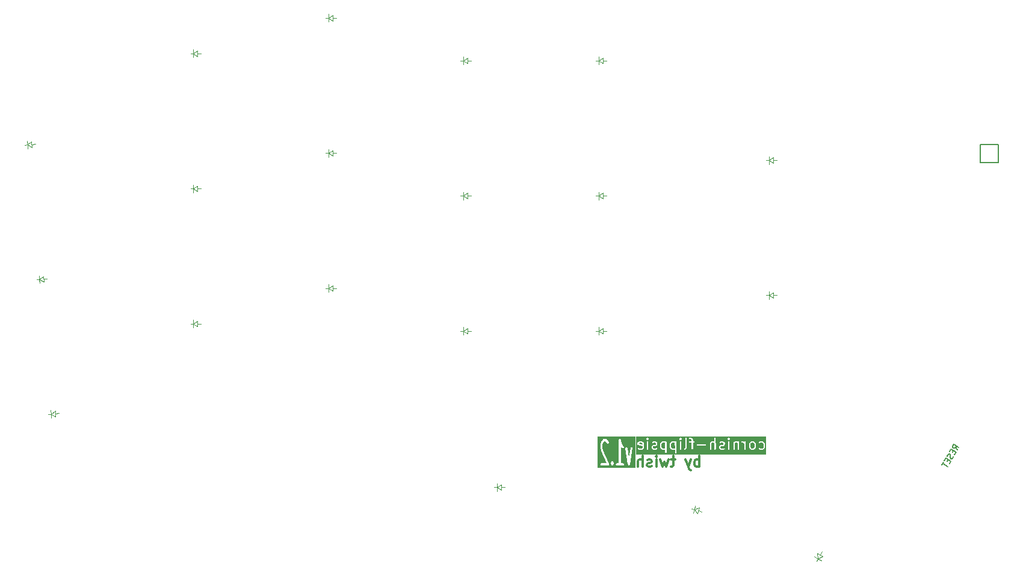
<source format=gbr>
%TF.GenerationSoftware,KiCad,Pcbnew,8.0.0*%
%TF.CreationDate,2024-03-23T03:27:30+01:00*%
%TF.ProjectId,cornish-v1.2,636f726e-6973-4682-9d76-312e322e6b69,v1.0.0*%
%TF.SameCoordinates,Original*%
%TF.FileFunction,Legend,Bot*%
%TF.FilePolarity,Positive*%
%FSLAX46Y46*%
G04 Gerber Fmt 4.6, Leading zero omitted, Abs format (unit mm)*
G04 Created by KiCad (PCBNEW 8.0.0) date 2024-03-23 03:27:30*
%MOMM*%
%LPD*%
G01*
G04 APERTURE LIST*
%ADD10C,0.300000*%
%ADD11C,0.187500*%
%ADD12C,0.150000*%
%ADD13C,0.100000*%
G04 APERTURE END LIST*
D10*
X235461368Y-158355232D02*
X235461368Y-156855232D01*
X235461368Y-157426661D02*
X235318511Y-157355232D01*
X235318511Y-157355232D02*
X235032796Y-157355232D01*
X235032796Y-157355232D02*
X234889939Y-157426661D01*
X234889939Y-157426661D02*
X234818511Y-157498089D01*
X234818511Y-157498089D02*
X234747082Y-157640946D01*
X234747082Y-157640946D02*
X234747082Y-158069518D01*
X234747082Y-158069518D02*
X234818511Y-158212375D01*
X234818511Y-158212375D02*
X234889939Y-158283804D01*
X234889939Y-158283804D02*
X235032796Y-158355232D01*
X235032796Y-158355232D02*
X235318511Y-158355232D01*
X235318511Y-158355232D02*
X235461368Y-158283804D01*
X234247082Y-157355232D02*
X233889939Y-158355232D01*
X233532796Y-157355232D02*
X233889939Y-158355232D01*
X233889939Y-158355232D02*
X234032796Y-158712375D01*
X234032796Y-158712375D02*
X234104225Y-158783804D01*
X234104225Y-158783804D02*
X234247082Y-158855232D01*
X232032796Y-157355232D02*
X231461368Y-157355232D01*
X231818511Y-156855232D02*
X231818511Y-158140946D01*
X231818511Y-158140946D02*
X231747082Y-158283804D01*
X231747082Y-158283804D02*
X231604225Y-158355232D01*
X231604225Y-158355232D02*
X231461368Y-158355232D01*
X231104225Y-157355232D02*
X230818511Y-158355232D01*
X230818511Y-158355232D02*
X230532796Y-157640946D01*
X230532796Y-157640946D02*
X230247082Y-158355232D01*
X230247082Y-158355232D02*
X229961368Y-157355232D01*
X229389939Y-158355232D02*
X229389939Y-157355232D01*
X229389939Y-156855232D02*
X229461367Y-156926661D01*
X229461367Y-156926661D02*
X229389939Y-156998089D01*
X229389939Y-156998089D02*
X229318510Y-156926661D01*
X229318510Y-156926661D02*
X229389939Y-156855232D01*
X229389939Y-156855232D02*
X229389939Y-156998089D01*
X228747081Y-158283804D02*
X228604224Y-158355232D01*
X228604224Y-158355232D02*
X228318510Y-158355232D01*
X228318510Y-158355232D02*
X228175653Y-158283804D01*
X228175653Y-158283804D02*
X228104224Y-158140946D01*
X228104224Y-158140946D02*
X228104224Y-158069518D01*
X228104224Y-158069518D02*
X228175653Y-157926661D01*
X228175653Y-157926661D02*
X228318510Y-157855232D01*
X228318510Y-157855232D02*
X228532796Y-157855232D01*
X228532796Y-157855232D02*
X228675653Y-157783804D01*
X228675653Y-157783804D02*
X228747081Y-157640946D01*
X228747081Y-157640946D02*
X228747081Y-157569518D01*
X228747081Y-157569518D02*
X228675653Y-157426661D01*
X228675653Y-157426661D02*
X228532796Y-157355232D01*
X228532796Y-157355232D02*
X228318510Y-157355232D01*
X228318510Y-157355232D02*
X228175653Y-157426661D01*
X227461367Y-158355232D02*
X227461367Y-156855232D01*
X226818510Y-158355232D02*
X226818510Y-157569518D01*
X226818510Y-157569518D02*
X226889938Y-157426661D01*
X226889938Y-157426661D02*
X227032795Y-157355232D01*
X227032795Y-157355232D02*
X227247081Y-157355232D01*
X227247081Y-157355232D02*
X227389938Y-157426661D01*
X227389938Y-157426661D02*
X227461367Y-157498089D01*
D11*
G36*
X230656068Y-154989380D02*
G01*
X230656948Y-155731842D01*
X230587505Y-155767446D01*
X230345886Y-155768877D01*
X230236477Y-155715550D01*
X230185354Y-155665948D01*
X230129052Y-155556136D01*
X230127503Y-155171753D01*
X230180912Y-155062177D01*
X230230513Y-155011056D01*
X230340397Y-154954717D01*
X230582017Y-154953286D01*
X230656068Y-154989380D01*
G37*
G36*
X232013211Y-154989380D02*
G01*
X232014091Y-155731842D01*
X231944648Y-155767446D01*
X231703029Y-155768877D01*
X231593620Y-155715550D01*
X231542497Y-155665948D01*
X231486195Y-155556136D01*
X231484646Y-155171753D01*
X231538055Y-155062177D01*
X231587656Y-155011056D01*
X231697540Y-154954717D01*
X231939160Y-154953286D01*
X232013211Y-154989380D01*
G37*
G36*
X227393558Y-155000690D02*
G01*
X227441687Y-155094562D01*
X227442153Y-155247110D01*
X226914001Y-155142804D01*
X226913519Y-155099706D01*
X226960702Y-155002902D01*
X227054682Y-154954717D01*
X227296302Y-154953286D01*
X227393558Y-155000690D01*
G37*
G36*
X243119997Y-155006613D02*
G01*
X243171120Y-155056215D01*
X243227422Y-155166027D01*
X243228971Y-155550409D01*
X243175562Y-155659986D01*
X243125961Y-155711107D01*
X243016008Y-155767482D01*
X242845728Y-155768800D01*
X242736478Y-155715550D01*
X242685355Y-155665948D01*
X242629053Y-155556136D01*
X242627504Y-155171753D01*
X242680913Y-155062177D01*
X242730514Y-155011056D01*
X242840468Y-154954681D01*
X243010747Y-154953363D01*
X243119997Y-155006613D01*
G37*
G36*
X244867226Y-156619698D02*
G01*
X226560677Y-156619698D01*
X226560677Y-155218127D01*
X226727344Y-155218127D01*
X226729035Y-155226674D01*
X226729145Y-155236515D01*
X226732660Y-155245002D01*
X226734443Y-155254011D01*
X226739591Y-155261734D01*
X226743144Y-155270310D01*
X226749637Y-155276803D01*
X226754733Y-155284447D01*
X226762447Y-155289613D01*
X226769009Y-155296175D01*
X226777493Y-155299689D01*
X226785126Y-155304801D01*
X226802708Y-155310154D01*
X226802799Y-155310172D01*
X226802804Y-155310174D01*
X226802809Y-155310174D01*
X227442732Y-155436554D01*
X227443297Y-155621751D01*
X227395770Y-155719261D01*
X227301790Y-155767446D01*
X227060171Y-155768877D01*
X226917284Y-155699233D01*
X226880796Y-155696640D01*
X226846094Y-155708208D01*
X226818460Y-155732174D01*
X226802101Y-155764892D01*
X226799508Y-155801380D01*
X226811076Y-155836082D01*
X226835042Y-155863716D01*
X226850596Y-155873507D01*
X226981641Y-155937379D01*
X226983294Y-155939032D01*
X226994868Y-155943826D01*
X227010618Y-155951503D01*
X227013976Y-155951741D01*
X227017089Y-155953031D01*
X227035379Y-155954832D01*
X227306753Y-155953224D01*
X227309368Y-155954096D01*
X227322987Y-155953128D01*
X227339384Y-155953031D01*
X227342496Y-155951741D01*
X227345856Y-155951503D01*
X227363020Y-155944935D01*
X227500803Y-155874292D01*
X227510379Y-155871100D01*
X227515223Y-155866898D01*
X227521431Y-155863716D01*
X227529133Y-155854834D01*
X227538013Y-155847134D01*
X227543837Y-155837881D01*
X227545398Y-155836082D01*
X227545879Y-155834637D01*
X227547804Y-155831580D01*
X227611678Y-155700531D01*
X227613329Y-155698881D01*
X227618117Y-155687319D01*
X227625801Y-155671557D01*
X227626039Y-155668195D01*
X227627328Y-155665086D01*
X227629129Y-155646796D01*
X227628269Y-155365480D01*
X227629130Y-155361180D01*
X227628243Y-155356697D01*
X227627428Y-155089987D01*
X227628393Y-155087094D01*
X227627375Y-155072782D01*
X227627328Y-155057078D01*
X227626038Y-155053965D01*
X227625800Y-155050607D01*
X227619232Y-155033442D01*
X227548588Y-154895657D01*
X227545397Y-154886084D01*
X227541196Y-154881240D01*
X227538013Y-154875031D01*
X227529131Y-154867328D01*
X227523714Y-154861082D01*
X228084487Y-154861082D01*
X228086288Y-155879372D01*
X228100287Y-155913167D01*
X228126152Y-155939032D01*
X228159947Y-155953031D01*
X228196527Y-155953031D01*
X228230322Y-155939032D01*
X228256187Y-155913167D01*
X228270186Y-155879372D01*
X228271987Y-155861082D01*
X228271482Y-155575368D01*
X228727344Y-155575368D01*
X228728516Y-155633761D01*
X228728080Y-155635070D01*
X228728724Y-155644139D01*
X228729145Y-155665086D01*
X228730434Y-155668198D01*
X228730673Y-155671558D01*
X228737241Y-155688722D01*
X228807884Y-155826506D01*
X228811077Y-155836082D01*
X228815278Y-155840926D01*
X228818461Y-155847134D01*
X228827341Y-155854835D01*
X228835043Y-155863716D01*
X228844299Y-155869542D01*
X228846095Y-155871100D01*
X228847536Y-155871580D01*
X228850597Y-155873507D01*
X228981642Y-155937379D01*
X228983295Y-155939032D01*
X228994869Y-155943826D01*
X229010619Y-155951503D01*
X229013977Y-155951741D01*
X229017090Y-155953031D01*
X229035380Y-155954832D01*
X229306753Y-155953224D01*
X229309368Y-155954096D01*
X229322987Y-155953128D01*
X229339384Y-155953031D01*
X229342496Y-155951741D01*
X229345856Y-155951503D01*
X229363020Y-155944935D01*
X229521431Y-155863716D01*
X229545398Y-155836082D01*
X229556965Y-155801380D01*
X229554373Y-155764892D01*
X229538014Y-155732174D01*
X229510379Y-155708207D01*
X229475677Y-155696640D01*
X229439190Y-155699233D01*
X229422025Y-155705801D01*
X229301790Y-155767446D01*
X229060172Y-155768877D01*
X228962914Y-155721473D01*
X228914445Y-155626938D01*
X228913883Y-155598958D01*
X228960703Y-155502902D01*
X229054753Y-155454681D01*
X229235499Y-155453282D01*
X229237940Y-155454096D01*
X229251088Y-155453161D01*
X229267956Y-155453031D01*
X229271068Y-155451741D01*
X229274428Y-155451503D01*
X229291592Y-155444935D01*
X229429375Y-155374292D01*
X229438951Y-155371100D01*
X229443795Y-155366898D01*
X229450003Y-155363716D01*
X229457705Y-155354834D01*
X229466585Y-155347134D01*
X229472409Y-155337881D01*
X229473970Y-155336082D01*
X229474451Y-155334637D01*
X229476376Y-155331580D01*
X229540250Y-155200531D01*
X229541901Y-155198881D01*
X229546689Y-155187319D01*
X229554373Y-155171557D01*
X229554611Y-155168195D01*
X229555900Y-155165086D01*
X229557701Y-155146796D01*
X229941630Y-155146796D01*
X229943298Y-155560843D01*
X229942366Y-155563642D01*
X229943366Y-155577724D01*
X229943431Y-155593658D01*
X229944720Y-155596770D01*
X229944959Y-155600130D01*
X229951528Y-155617295D01*
X230024138Y-155758915D01*
X230028858Y-155770309D01*
X230031849Y-155773953D01*
X230032747Y-155775705D01*
X230034617Y-155777327D01*
X230040517Y-155784516D01*
X230113390Y-155855222D01*
X230120757Y-155863716D01*
X230124708Y-155866203D01*
X230126152Y-155867604D01*
X230128437Y-155868550D01*
X230136311Y-155873507D01*
X230267356Y-155937379D01*
X230269009Y-155939032D01*
X230280583Y-155943826D01*
X230296333Y-155951503D01*
X230299691Y-155951741D01*
X230302804Y-155953031D01*
X230321094Y-155954832D01*
X230592468Y-155953224D01*
X230595083Y-155954096D01*
X230608702Y-155953128D01*
X230625099Y-155953031D01*
X230628211Y-155951741D01*
X230631571Y-155951503D01*
X230648735Y-155944935D01*
X230657196Y-155940596D01*
X230657717Y-156379372D01*
X230671716Y-156413167D01*
X230697581Y-156439032D01*
X230731376Y-156453031D01*
X230767956Y-156453031D01*
X230801751Y-156439032D01*
X230827616Y-156413167D01*
X230841615Y-156379372D01*
X230843416Y-156361082D01*
X230841975Y-155146796D01*
X231298773Y-155146796D01*
X231300441Y-155560843D01*
X231299509Y-155563642D01*
X231300509Y-155577724D01*
X231300574Y-155593658D01*
X231301863Y-155596770D01*
X231302102Y-155600130D01*
X231308671Y-155617295D01*
X231381281Y-155758915D01*
X231386001Y-155770309D01*
X231388992Y-155773953D01*
X231389890Y-155775705D01*
X231391760Y-155777327D01*
X231397660Y-155784516D01*
X231470533Y-155855222D01*
X231477900Y-155863716D01*
X231481851Y-155866203D01*
X231483295Y-155867604D01*
X231485580Y-155868550D01*
X231493454Y-155873507D01*
X231624499Y-155937379D01*
X231626152Y-155939032D01*
X231637726Y-155943826D01*
X231653476Y-155951503D01*
X231656834Y-155951741D01*
X231659947Y-155953031D01*
X231678237Y-155954832D01*
X231949611Y-155953224D01*
X231952226Y-155954096D01*
X231965845Y-155953128D01*
X231982242Y-155953031D01*
X231985354Y-155951741D01*
X231988714Y-155951503D01*
X232005878Y-155944935D01*
X232014339Y-155940596D01*
X232014860Y-156379372D01*
X232028859Y-156413167D01*
X232054724Y-156439032D01*
X232088519Y-156453031D01*
X232125099Y-156453031D01*
X232158894Y-156439032D01*
X232184759Y-156413167D01*
X232198758Y-156379372D01*
X232200559Y-156361082D01*
X232198866Y-154934244D01*
X232199823Y-154920785D01*
X232198847Y-154917857D01*
X232198780Y-154861082D01*
X232727345Y-154861082D01*
X232729146Y-155879372D01*
X232743145Y-155913167D01*
X232769010Y-155939032D01*
X232802805Y-155953031D01*
X232839385Y-155953031D01*
X232873180Y-155939032D01*
X232899045Y-155913167D01*
X232913044Y-155879372D01*
X232914845Y-155861082D01*
X232914824Y-155849356D01*
X233299509Y-155849356D01*
X233302102Y-155885844D01*
X233318461Y-155918562D01*
X233346095Y-155942528D01*
X233380797Y-155954096D01*
X233417285Y-155951503D01*
X233434449Y-155944935D01*
X233572229Y-155874293D01*
X233581807Y-155871101D01*
X233586652Y-155866898D01*
X233592860Y-155863716D01*
X233600562Y-155854834D01*
X233609442Y-155847134D01*
X233615266Y-155837881D01*
X233616827Y-155836082D01*
X233617308Y-155834637D01*
X233619233Y-155831580D01*
X233683107Y-155700532D01*
X233684759Y-155698881D01*
X233689551Y-155687312D01*
X233697230Y-155671558D01*
X233697468Y-155668198D01*
X233698758Y-155665086D01*
X233700559Y-155646796D01*
X233699499Y-154879372D01*
X234014860Y-154879372D01*
X234028859Y-154913167D01*
X234054724Y-154939032D01*
X234088519Y-154953031D01*
X234106809Y-154954832D01*
X234370724Y-154954026D01*
X234372003Y-155879372D01*
X234386002Y-155913167D01*
X234411867Y-155939032D01*
X234445662Y-155953031D01*
X234482242Y-155953031D01*
X234516037Y-155939032D01*
X234541902Y-155913167D01*
X234555901Y-155879372D01*
X234557702Y-155861082D01*
X234556938Y-155307944D01*
X235086289Y-155307944D01*
X235100288Y-155341739D01*
X235126153Y-155367604D01*
X235159948Y-155381603D01*
X235178238Y-155383404D01*
X236339385Y-155381603D01*
X236373180Y-155367604D01*
X236399045Y-155341739D01*
X236413044Y-155307944D01*
X236413044Y-155271364D01*
X236399045Y-155237569D01*
X236373180Y-155211704D01*
X236339385Y-155197705D01*
X236321095Y-155195904D01*
X235159948Y-155197705D01*
X235126153Y-155211704D01*
X235100288Y-155237569D01*
X235086289Y-155271364D01*
X235086289Y-155307944D01*
X234556938Y-155307944D01*
X234556617Y-155075368D01*
X236941631Y-155075368D01*
X236943432Y-155879372D01*
X236957431Y-155913167D01*
X236983296Y-155939032D01*
X237017091Y-155953031D01*
X237053671Y-155953031D01*
X237087466Y-155939032D01*
X237113331Y-155913167D01*
X237127330Y-155879372D01*
X237129131Y-155861082D01*
X237127427Y-155100484D01*
X237174989Y-155002902D01*
X237269039Y-154954681D01*
X237439318Y-154953363D01*
X237548568Y-155006613D01*
X237585296Y-155042248D01*
X237586289Y-155879372D01*
X237600288Y-155913167D01*
X237626153Y-155939032D01*
X237659948Y-155953031D01*
X237696528Y-155953031D01*
X237730323Y-155939032D01*
X237756188Y-155913167D01*
X237770187Y-155879372D01*
X237771988Y-155861082D01*
X237771649Y-155575368D01*
X238227345Y-155575368D01*
X238228517Y-155633761D01*
X238228081Y-155635070D01*
X238228725Y-155644139D01*
X238229146Y-155665086D01*
X238230435Y-155668198D01*
X238230674Y-155671558D01*
X238237242Y-155688722D01*
X238307885Y-155826506D01*
X238311078Y-155836082D01*
X238315279Y-155840926D01*
X238318462Y-155847134D01*
X238327342Y-155854835D01*
X238335044Y-155863716D01*
X238344300Y-155869542D01*
X238346096Y-155871100D01*
X238347537Y-155871580D01*
X238350598Y-155873507D01*
X238481643Y-155937379D01*
X238483296Y-155939032D01*
X238494870Y-155943826D01*
X238510620Y-155951503D01*
X238513978Y-155951741D01*
X238517091Y-155953031D01*
X238535381Y-155954832D01*
X238806754Y-155953224D01*
X238809369Y-155954096D01*
X238822988Y-155953128D01*
X238839385Y-155953031D01*
X238842497Y-155951741D01*
X238845857Y-155951503D01*
X238863021Y-155944935D01*
X239021432Y-155863716D01*
X239045399Y-155836082D01*
X239056966Y-155801380D01*
X239054374Y-155764892D01*
X239038015Y-155732174D01*
X239010380Y-155708207D01*
X238975678Y-155696640D01*
X238939191Y-155699233D01*
X238922026Y-155705801D01*
X238801791Y-155767446D01*
X238560173Y-155768877D01*
X238462915Y-155721473D01*
X238414446Y-155626938D01*
X238413884Y-155598958D01*
X238460704Y-155502902D01*
X238554754Y-155454681D01*
X238735500Y-155453282D01*
X238737941Y-155454096D01*
X238751089Y-155453161D01*
X238767957Y-155453031D01*
X238771069Y-155451741D01*
X238774429Y-155451503D01*
X238791593Y-155444935D01*
X238929376Y-155374292D01*
X238938952Y-155371100D01*
X238943796Y-155366898D01*
X238950004Y-155363716D01*
X238957706Y-155354834D01*
X238966586Y-155347134D01*
X238972410Y-155337881D01*
X238973971Y-155336082D01*
X238974452Y-155334637D01*
X238976377Y-155331580D01*
X239040251Y-155200531D01*
X239041902Y-155198881D01*
X239046690Y-155187319D01*
X239054374Y-155171557D01*
X239054612Y-155168195D01*
X239055901Y-155165086D01*
X239057702Y-155146796D01*
X239056529Y-155088402D01*
X239056966Y-155087094D01*
X239056321Y-155078024D01*
X239055901Y-155057078D01*
X239054611Y-155053965D01*
X239054373Y-155050607D01*
X239047805Y-155033442D01*
X238977161Y-154895657D01*
X238973970Y-154886084D01*
X238969769Y-154881240D01*
X238966586Y-154875031D01*
X238957704Y-154867328D01*
X238952287Y-154861082D01*
X239513060Y-154861082D01*
X239514861Y-155879372D01*
X239528860Y-155913167D01*
X239554725Y-155939032D01*
X239588520Y-155953031D01*
X239625100Y-155953031D01*
X239658895Y-155939032D01*
X239684760Y-155913167D01*
X239698759Y-155879372D01*
X239700560Y-155861082D01*
X239699170Y-155075368D01*
X240227346Y-155075368D01*
X240229147Y-155879372D01*
X240243146Y-155913167D01*
X240269011Y-155939032D01*
X240302806Y-155953031D01*
X240339386Y-155953031D01*
X240373181Y-155939032D01*
X240399046Y-155913167D01*
X240413045Y-155879372D01*
X240414846Y-155861082D01*
X240413142Y-155100484D01*
X240460704Y-155002902D01*
X240554754Y-154954681D01*
X240725033Y-154953363D01*
X240834283Y-155006613D01*
X240870522Y-155041774D01*
X240872004Y-155879372D01*
X240886003Y-155913167D01*
X240911868Y-155939032D01*
X240945663Y-155953031D01*
X240982243Y-155953031D01*
X241016038Y-155939032D01*
X241041903Y-155913167D01*
X241055902Y-155879372D01*
X241057703Y-155861082D01*
X241055967Y-154879372D01*
X241372003Y-154879372D01*
X241386002Y-154913167D01*
X241411867Y-154939032D01*
X241445662Y-154953031D01*
X241463952Y-154954832D01*
X241582470Y-154953507D01*
X241691428Y-155006615D01*
X241742549Y-155056215D01*
X241799314Y-155166931D01*
X241800575Y-155879372D01*
X241814574Y-155913167D01*
X241840439Y-155939032D01*
X241874234Y-155953031D01*
X241910814Y-155953031D01*
X241944609Y-155939032D01*
X241970474Y-155913167D01*
X241984473Y-155879372D01*
X241986274Y-155861082D01*
X241985034Y-155160032D01*
X241985538Y-155158521D01*
X241985018Y-155151210D01*
X241985010Y-155146796D01*
X242441631Y-155146796D01*
X242443299Y-155560843D01*
X242442367Y-155563642D01*
X242443367Y-155577724D01*
X242443432Y-155593658D01*
X242444721Y-155596770D01*
X242444960Y-155600130D01*
X242451529Y-155617295D01*
X242524139Y-155758915D01*
X242528859Y-155770309D01*
X242531850Y-155773953D01*
X242532748Y-155775705D01*
X242534618Y-155777327D01*
X242540518Y-155784516D01*
X242613391Y-155855222D01*
X242620758Y-155863716D01*
X242624709Y-155866203D01*
X242626153Y-155867604D01*
X242628438Y-155868550D01*
X242636312Y-155873507D01*
X242767357Y-155937379D01*
X242769010Y-155939032D01*
X242780584Y-155943826D01*
X242796334Y-155951503D01*
X242799692Y-155951741D01*
X242802805Y-155953031D01*
X242821095Y-155954832D01*
X243021214Y-155953282D01*
X243023655Y-155954096D01*
X243036803Y-155953161D01*
X243053671Y-155953031D01*
X243056783Y-155951741D01*
X243060143Y-155951503D01*
X243077307Y-155944935D01*
X243218924Y-155872325D01*
X243230323Y-155867605D01*
X243233968Y-155864613D01*
X243235718Y-155863716D01*
X243237340Y-155861844D01*
X243244529Y-155855945D01*
X243297471Y-155801380D01*
X243799510Y-155801380D01*
X243811078Y-155836082D01*
X243835044Y-155863716D01*
X243850598Y-155873507D01*
X243981643Y-155937379D01*
X243983296Y-155939032D01*
X243994870Y-155943826D01*
X244010620Y-155951503D01*
X244013978Y-155951741D01*
X244017091Y-155953031D01*
X244035381Y-155954832D01*
X244306754Y-155953224D01*
X244309369Y-155954096D01*
X244322988Y-155953128D01*
X244339385Y-155953031D01*
X244342497Y-155951741D01*
X244345857Y-155951503D01*
X244363021Y-155944935D01*
X244504638Y-155872325D01*
X244516037Y-155867605D01*
X244519682Y-155864613D01*
X244521432Y-155863716D01*
X244523054Y-155861844D01*
X244530243Y-155855945D01*
X244600954Y-155783066D01*
X244609443Y-155775705D01*
X244611928Y-155771756D01*
X244613332Y-155770310D01*
X244614280Y-155768020D01*
X244619234Y-155760151D01*
X244683106Y-155629105D01*
X244684759Y-155627453D01*
X244689553Y-155615878D01*
X244697230Y-155600129D01*
X244697468Y-155596770D01*
X244698758Y-155593658D01*
X244700559Y-155575368D01*
X244698890Y-155161320D01*
X244699823Y-155158522D01*
X244698822Y-155144439D01*
X244698758Y-155128506D01*
X244697468Y-155125393D01*
X244697230Y-155122035D01*
X244690662Y-155104870D01*
X244618048Y-154963243D01*
X244613331Y-154951854D01*
X244610341Y-154948210D01*
X244609443Y-154946459D01*
X244607571Y-154944836D01*
X244601672Y-154937647D01*
X244528795Y-154866939D01*
X244521432Y-154858449D01*
X244517480Y-154855961D01*
X244516036Y-154854560D01*
X244513749Y-154853612D01*
X244505878Y-154848658D01*
X244374831Y-154784783D01*
X244373180Y-154783132D01*
X244361610Y-154778339D01*
X244345857Y-154770661D01*
X244342497Y-154770422D01*
X244339385Y-154769133D01*
X244321095Y-154767332D01*
X244049721Y-154768939D01*
X244047106Y-154768068D01*
X244033486Y-154769035D01*
X244017091Y-154769133D01*
X244013978Y-154770422D01*
X244010619Y-154770661D01*
X243993454Y-154777230D01*
X243835044Y-154858449D01*
X243811077Y-154886084D01*
X243799510Y-154920785D01*
X243802103Y-154957273D01*
X243818462Y-154989991D01*
X243846097Y-155013958D01*
X243880798Y-155025525D01*
X243917286Y-155022932D01*
X243934451Y-155016363D01*
X244054684Y-154954717D01*
X244296303Y-154953286D01*
X244405711Y-155006613D01*
X244456834Y-155056215D01*
X244513136Y-155166027D01*
X244514685Y-155550409D01*
X244461276Y-155659986D01*
X244411675Y-155711107D01*
X244301791Y-155767446D01*
X244060173Y-155768877D01*
X243917286Y-155699233D01*
X243880798Y-155696640D01*
X243846096Y-155708208D01*
X243818462Y-155732174D01*
X243802103Y-155764892D01*
X243799510Y-155801380D01*
X243297471Y-155801380D01*
X243315240Y-155783066D01*
X243323729Y-155775705D01*
X243326214Y-155771756D01*
X243327618Y-155770310D01*
X243328566Y-155768020D01*
X243333520Y-155760151D01*
X243397392Y-155629105D01*
X243399045Y-155627453D01*
X243403839Y-155615878D01*
X243411516Y-155600129D01*
X243411754Y-155596770D01*
X243413044Y-155593658D01*
X243414845Y-155575368D01*
X243413176Y-155161320D01*
X243414109Y-155158522D01*
X243413108Y-155144439D01*
X243413044Y-155128506D01*
X243411754Y-155125393D01*
X243411516Y-155122035D01*
X243404948Y-155104870D01*
X243332334Y-154963243D01*
X243327617Y-154951854D01*
X243324627Y-154948210D01*
X243323729Y-154946459D01*
X243321857Y-154944836D01*
X243315958Y-154937647D01*
X243243081Y-154866939D01*
X243235718Y-154858449D01*
X243231766Y-154855961D01*
X243230322Y-154854560D01*
X243228035Y-154853612D01*
X243220164Y-154848658D01*
X243089117Y-154784783D01*
X243087466Y-154783132D01*
X243075896Y-154778339D01*
X243060143Y-154770661D01*
X243056783Y-154770422D01*
X243053671Y-154769133D01*
X243035381Y-154767332D01*
X242835261Y-154768881D01*
X242832820Y-154768068D01*
X242819671Y-154769002D01*
X242802805Y-154769133D01*
X242799692Y-154770422D01*
X242796333Y-154770661D01*
X242779168Y-154777230D01*
X242637541Y-154849843D01*
X242626153Y-154854561D01*
X242622509Y-154857550D01*
X242620758Y-154858449D01*
X242619135Y-154860320D01*
X242611946Y-154866220D01*
X242541233Y-154939099D01*
X242532748Y-154946459D01*
X242530262Y-154950407D01*
X242528859Y-154951854D01*
X242527910Y-154954143D01*
X242522957Y-154962013D01*
X242459082Y-155093059D01*
X242457431Y-155094711D01*
X242452638Y-155106280D01*
X242444960Y-155122034D01*
X242444721Y-155125393D01*
X242443432Y-155128506D01*
X242441631Y-155146796D01*
X241985010Y-155146796D01*
X241984473Y-154842792D01*
X241970474Y-154808997D01*
X241944609Y-154783132D01*
X241910814Y-154769133D01*
X241874234Y-154769133D01*
X241840439Y-154783132D01*
X241814574Y-154808997D01*
X241800575Y-154842792D01*
X241799507Y-154853630D01*
X241799462Y-154853611D01*
X241791593Y-154848658D01*
X241660545Y-154784783D01*
X241658894Y-154783132D01*
X241647325Y-154778339D01*
X241631571Y-154770661D01*
X241628211Y-154770422D01*
X241625099Y-154769133D01*
X241606809Y-154767332D01*
X241445662Y-154769133D01*
X241411867Y-154783132D01*
X241386002Y-154808997D01*
X241372003Y-154842792D01*
X241372003Y-154879372D01*
X241055967Y-154879372D01*
X241055902Y-154842792D01*
X241041903Y-154808997D01*
X241016038Y-154783132D01*
X240982243Y-154769133D01*
X240945663Y-154769133D01*
X240911868Y-154783132D01*
X240886003Y-154808997D01*
X240880472Y-154822348D01*
X240803403Y-154784783D01*
X240801752Y-154783132D01*
X240790182Y-154778339D01*
X240774429Y-154770661D01*
X240771069Y-154770422D01*
X240767957Y-154769133D01*
X240749667Y-154767332D01*
X240549547Y-154768881D01*
X240547106Y-154768068D01*
X240533957Y-154769002D01*
X240517091Y-154769133D01*
X240513978Y-154770422D01*
X240510619Y-154770661D01*
X240493454Y-154777230D01*
X240355675Y-154847870D01*
X240346096Y-154851064D01*
X240341249Y-154855267D01*
X240335044Y-154858449D01*
X240327343Y-154867328D01*
X240318462Y-154875031D01*
X240312635Y-154884286D01*
X240311077Y-154886084D01*
X240310596Y-154887526D01*
X240308671Y-154890585D01*
X240244797Y-155021631D01*
X240243146Y-155023283D01*
X240238354Y-155034851D01*
X240230675Y-155050606D01*
X240230436Y-155053965D01*
X240229147Y-155057078D01*
X240227346Y-155075368D01*
X239699170Y-155075368D01*
X239698759Y-154842792D01*
X239684760Y-154808997D01*
X239658895Y-154783132D01*
X239625100Y-154769133D01*
X239588520Y-154769133D01*
X239554725Y-154783132D01*
X239528860Y-154808997D01*
X239514861Y-154842792D01*
X239513060Y-154861082D01*
X238952287Y-154861082D01*
X238950004Y-154858449D01*
X238940747Y-154852622D01*
X238938952Y-154851065D01*
X238937510Y-154850584D01*
X238934450Y-154848658D01*
X238803403Y-154784783D01*
X238801752Y-154783132D01*
X238790182Y-154778339D01*
X238774429Y-154770661D01*
X238771069Y-154770422D01*
X238767957Y-154769133D01*
X238749667Y-154767332D01*
X238549547Y-154768881D01*
X238547106Y-154768068D01*
X238533957Y-154769002D01*
X238517091Y-154769133D01*
X238513978Y-154770422D01*
X238510619Y-154770661D01*
X238493454Y-154777230D01*
X238335044Y-154858449D01*
X238311077Y-154886084D01*
X238299510Y-154920785D01*
X238302103Y-154957273D01*
X238318462Y-154989991D01*
X238346097Y-155013958D01*
X238380798Y-155025525D01*
X238417286Y-155022932D01*
X238434451Y-155016363D01*
X238554754Y-154954681D01*
X238725033Y-154953363D01*
X238822131Y-155000690D01*
X238870600Y-155095225D01*
X238871162Y-155123205D01*
X238824343Y-155219261D01*
X238730294Y-155267482D01*
X238549547Y-155268881D01*
X238547106Y-155268068D01*
X238533957Y-155269002D01*
X238517091Y-155269133D01*
X238513978Y-155270422D01*
X238510619Y-155270661D01*
X238493454Y-155277230D01*
X238355670Y-155347873D01*
X238346097Y-155351065D01*
X238341253Y-155355265D01*
X238335044Y-155358449D01*
X238327341Y-155367330D01*
X238318462Y-155375031D01*
X238312635Y-155384286D01*
X238311077Y-155386084D01*
X238310596Y-155387526D01*
X238308671Y-155390585D01*
X238244796Y-155521631D01*
X238243145Y-155523283D01*
X238238352Y-155534852D01*
X238230674Y-155550606D01*
X238230435Y-155553965D01*
X238229146Y-155557078D01*
X238227345Y-155575368D01*
X237771649Y-155575368D01*
X237770315Y-154450801D01*
X239443432Y-154450801D01*
X239444356Y-154453031D01*
X239457430Y-154484596D01*
X239457435Y-154484601D01*
X239469090Y-154498803D01*
X239554692Y-154581857D01*
X239554725Y-154581890D01*
X239578622Y-154591787D01*
X239588520Y-154595888D01*
X239588521Y-154595888D01*
X239625099Y-154595888D01*
X239625100Y-154595888D01*
X239634997Y-154591787D01*
X239658895Y-154581890D01*
X239673101Y-154570230D01*
X239756188Y-154484596D01*
X239770186Y-154450801D01*
X239770186Y-154435144D01*
X239770187Y-154414222D01*
X239756189Y-154380427D01*
X239744530Y-154366220D01*
X239658928Y-154283164D01*
X239658895Y-154283131D01*
X239634997Y-154273233D01*
X239625100Y-154269133D01*
X239588520Y-154269133D01*
X239578622Y-154273233D01*
X239554725Y-154283131D01*
X239540519Y-154294791D01*
X239457430Y-154380426D01*
X239443869Y-154413166D01*
X239443432Y-154414222D01*
X239443432Y-154450801D01*
X237770315Y-154450801D01*
X237770187Y-154342792D01*
X237756188Y-154308997D01*
X237730323Y-154283132D01*
X237696528Y-154269133D01*
X237659948Y-154269133D01*
X237626153Y-154283132D01*
X237600288Y-154308997D01*
X237586289Y-154342792D01*
X237584488Y-154361082D01*
X237585029Y-154817606D01*
X237517688Y-154784783D01*
X237516037Y-154783132D01*
X237504467Y-154778339D01*
X237488714Y-154770661D01*
X237485354Y-154770422D01*
X237482242Y-154769133D01*
X237463952Y-154767332D01*
X237263832Y-154768881D01*
X237261391Y-154768068D01*
X237248242Y-154769002D01*
X237231376Y-154769133D01*
X237228263Y-154770422D01*
X237224904Y-154770661D01*
X237207739Y-154777230D01*
X237069960Y-154847870D01*
X237060381Y-154851064D01*
X237055534Y-154855267D01*
X237049329Y-154858449D01*
X237041628Y-154867328D01*
X237032747Y-154875031D01*
X237026920Y-154884286D01*
X237025362Y-154886084D01*
X237024881Y-154887526D01*
X237022956Y-154890585D01*
X236959082Y-155021631D01*
X236957431Y-155023283D01*
X236952639Y-155034851D01*
X236944960Y-155050606D01*
X236944721Y-155053965D01*
X236943432Y-155057078D01*
X236941631Y-155075368D01*
X234556617Y-155075368D01*
X234556448Y-154953458D01*
X234696527Y-154953031D01*
X234730322Y-154939032D01*
X234756187Y-154913167D01*
X234770186Y-154879372D01*
X234770186Y-154842792D01*
X234756187Y-154808997D01*
X234730322Y-154783132D01*
X234696527Y-154769133D01*
X234678237Y-154767332D01*
X234556191Y-154767704D01*
X234555946Y-154590151D01*
X234556966Y-154587093D01*
X234555922Y-154572404D01*
X234555901Y-154557078D01*
X234554611Y-154553965D01*
X234554373Y-154550606D01*
X234547804Y-154533441D01*
X234477160Y-154395657D01*
X234473969Y-154386084D01*
X234469768Y-154381240D01*
X234466585Y-154375031D01*
X234457703Y-154367328D01*
X234450003Y-154358449D01*
X234440747Y-154352622D01*
X234438950Y-154351064D01*
X234437507Y-154350583D01*
X234434449Y-154348658D01*
X234303402Y-154284783D01*
X234301751Y-154283132D01*
X234290181Y-154278339D01*
X234274428Y-154270661D01*
X234271068Y-154270422D01*
X234267956Y-154269133D01*
X234249666Y-154267332D01*
X234088519Y-154269133D01*
X234054724Y-154283132D01*
X234028859Y-154308997D01*
X234014860Y-154342792D01*
X234014860Y-154379372D01*
X234028859Y-154413167D01*
X234054724Y-154439032D01*
X234088519Y-154453031D01*
X234106809Y-154454832D01*
X234225328Y-154453507D01*
X234322131Y-154500691D01*
X234370228Y-154594499D01*
X234370468Y-154768271D01*
X234088519Y-154769133D01*
X234054724Y-154783132D01*
X234028859Y-154808997D01*
X234014860Y-154842792D01*
X234014860Y-154879372D01*
X233699499Y-154879372D01*
X233698758Y-154342792D01*
X233684759Y-154308997D01*
X233658894Y-154283132D01*
X233625099Y-154269133D01*
X233588519Y-154269133D01*
X233554724Y-154283132D01*
X233528859Y-154308997D01*
X233514860Y-154342792D01*
X233513059Y-154361082D01*
X233514799Y-155621603D01*
X233467199Y-155719261D01*
X233335043Y-155787020D01*
X233311077Y-155814654D01*
X233299509Y-155849356D01*
X232914824Y-155849356D01*
X232913044Y-154842792D01*
X232899045Y-154808997D01*
X232873180Y-154783132D01*
X232839385Y-154769133D01*
X232802805Y-154769133D01*
X232769010Y-154783132D01*
X232743145Y-154808997D01*
X232729146Y-154842792D01*
X232727345Y-154861082D01*
X232198780Y-154861082D01*
X232198758Y-154842792D01*
X232184759Y-154808997D01*
X232158894Y-154783132D01*
X232125099Y-154769133D01*
X232088519Y-154769133D01*
X232054724Y-154783132D01*
X232041477Y-154796378D01*
X232017688Y-154784783D01*
X232016037Y-154783132D01*
X232004467Y-154778339D01*
X231988714Y-154770661D01*
X231985354Y-154770422D01*
X231982242Y-154769133D01*
X231963952Y-154767332D01*
X231692577Y-154768939D01*
X231689962Y-154768068D01*
X231676342Y-154769035D01*
X231659947Y-154769133D01*
X231656834Y-154770422D01*
X231653475Y-154770661D01*
X231636310Y-154777230D01*
X231494683Y-154849843D01*
X231483295Y-154854561D01*
X231479651Y-154857550D01*
X231477900Y-154858449D01*
X231476277Y-154860320D01*
X231469088Y-154866220D01*
X231398375Y-154939099D01*
X231389890Y-154946459D01*
X231387404Y-154950407D01*
X231386001Y-154951854D01*
X231385052Y-154954143D01*
X231380099Y-154962013D01*
X231316224Y-155093059D01*
X231314573Y-155094711D01*
X231309780Y-155106280D01*
X231302102Y-155122034D01*
X231301863Y-155125393D01*
X231300574Y-155128506D01*
X231298773Y-155146796D01*
X230841975Y-155146796D01*
X230841723Y-154934244D01*
X230842680Y-154920785D01*
X230841704Y-154917857D01*
X230841615Y-154842792D01*
X230827616Y-154808997D01*
X230801751Y-154783132D01*
X230767956Y-154769133D01*
X230731376Y-154769133D01*
X230697581Y-154783132D01*
X230684334Y-154796378D01*
X230660545Y-154784783D01*
X230658894Y-154783132D01*
X230647324Y-154778339D01*
X230631571Y-154770661D01*
X230628211Y-154770422D01*
X230625099Y-154769133D01*
X230606809Y-154767332D01*
X230335434Y-154768939D01*
X230332819Y-154768068D01*
X230319199Y-154769035D01*
X230302804Y-154769133D01*
X230299691Y-154770422D01*
X230296332Y-154770661D01*
X230279167Y-154777230D01*
X230137540Y-154849843D01*
X230126152Y-154854561D01*
X230122508Y-154857550D01*
X230120757Y-154858449D01*
X230119134Y-154860320D01*
X230111945Y-154866220D01*
X230041232Y-154939099D01*
X230032747Y-154946459D01*
X230030261Y-154950407D01*
X230028858Y-154951854D01*
X230027909Y-154954143D01*
X230022956Y-154962013D01*
X229959081Y-155093059D01*
X229957430Y-155094711D01*
X229952637Y-155106280D01*
X229944959Y-155122034D01*
X229944720Y-155125393D01*
X229943431Y-155128506D01*
X229941630Y-155146796D01*
X229557701Y-155146796D01*
X229556528Y-155088402D01*
X229556965Y-155087094D01*
X229556320Y-155078024D01*
X229555900Y-155057078D01*
X229554610Y-155053965D01*
X229554372Y-155050607D01*
X229547804Y-155033442D01*
X229477160Y-154895657D01*
X229473969Y-154886084D01*
X229469768Y-154881240D01*
X229466585Y-154875031D01*
X229457703Y-154867328D01*
X229450003Y-154858449D01*
X229440746Y-154852622D01*
X229438951Y-154851065D01*
X229437509Y-154850584D01*
X229434449Y-154848658D01*
X229303402Y-154784783D01*
X229301751Y-154783132D01*
X229290181Y-154778339D01*
X229274428Y-154770661D01*
X229271068Y-154770422D01*
X229267956Y-154769133D01*
X229249666Y-154767332D01*
X229049546Y-154768881D01*
X229047105Y-154768068D01*
X229033956Y-154769002D01*
X229017090Y-154769133D01*
X229013977Y-154770422D01*
X229010618Y-154770661D01*
X228993453Y-154777230D01*
X228835043Y-154858449D01*
X228811076Y-154886084D01*
X228799509Y-154920785D01*
X228802102Y-154957273D01*
X228818461Y-154989991D01*
X228846096Y-155013958D01*
X228880797Y-155025525D01*
X228917285Y-155022932D01*
X228934450Y-155016363D01*
X229054753Y-154954681D01*
X229225032Y-154953363D01*
X229322130Y-155000690D01*
X229370599Y-155095225D01*
X229371161Y-155123205D01*
X229324342Y-155219261D01*
X229230293Y-155267482D01*
X229049546Y-155268881D01*
X229047105Y-155268068D01*
X229033956Y-155269002D01*
X229017090Y-155269133D01*
X229013977Y-155270422D01*
X229010618Y-155270661D01*
X228993453Y-155277230D01*
X228855669Y-155347873D01*
X228846096Y-155351065D01*
X228841252Y-155355265D01*
X228835043Y-155358449D01*
X228827340Y-155367330D01*
X228818461Y-155375031D01*
X228812634Y-155384286D01*
X228811076Y-155386084D01*
X228810595Y-155387526D01*
X228808670Y-155390585D01*
X228744795Y-155521631D01*
X228743144Y-155523283D01*
X228738351Y-155534852D01*
X228730673Y-155550606D01*
X228730434Y-155553965D01*
X228729145Y-155557078D01*
X228727344Y-155575368D01*
X228271482Y-155575368D01*
X228270186Y-154842792D01*
X228256187Y-154808997D01*
X228230322Y-154783132D01*
X228196527Y-154769133D01*
X228159947Y-154769133D01*
X228126152Y-154783132D01*
X228100287Y-154808997D01*
X228086288Y-154842792D01*
X228084487Y-154861082D01*
X227523714Y-154861082D01*
X227521431Y-154858449D01*
X227512174Y-154852622D01*
X227510379Y-154851065D01*
X227508937Y-154850584D01*
X227505877Y-154848658D01*
X227374830Y-154784783D01*
X227373179Y-154783132D01*
X227361609Y-154778339D01*
X227345856Y-154770661D01*
X227342496Y-154770422D01*
X227339384Y-154769133D01*
X227321094Y-154767332D01*
X227049719Y-154768939D01*
X227047104Y-154768068D01*
X227033484Y-154769035D01*
X227017089Y-154769133D01*
X227013976Y-154770422D01*
X227010617Y-154770661D01*
X226993452Y-154777230D01*
X226855673Y-154847870D01*
X226846094Y-154851064D01*
X226841247Y-154855267D01*
X226835042Y-154858449D01*
X226827341Y-154867328D01*
X226818460Y-154875031D01*
X226812633Y-154884286D01*
X226811075Y-154886084D01*
X226810594Y-154887526D01*
X226808669Y-154890585D01*
X226744795Y-155021631D01*
X226743144Y-155023283D01*
X226738352Y-155034851D01*
X226730673Y-155050606D01*
X226730434Y-155053965D01*
X226729145Y-155057078D01*
X226727344Y-155075368D01*
X226728855Y-155210571D01*
X226727344Y-155218127D01*
X226560677Y-155218127D01*
X226560677Y-154450801D01*
X228014859Y-154450801D01*
X228015783Y-154453031D01*
X228028857Y-154484596D01*
X228028862Y-154484601D01*
X228040517Y-154498803D01*
X228126119Y-154581857D01*
X228126152Y-154581890D01*
X228150049Y-154591787D01*
X228159947Y-154595888D01*
X228159948Y-154595888D01*
X228196526Y-154595888D01*
X228196527Y-154595888D01*
X228206424Y-154591787D01*
X228230322Y-154581890D01*
X228244528Y-154570230D01*
X228327615Y-154484596D01*
X228341613Y-154450801D01*
X232657717Y-154450801D01*
X232658641Y-154453031D01*
X232671715Y-154484596D01*
X232671720Y-154484601D01*
X232683375Y-154498803D01*
X232768977Y-154581857D01*
X232769010Y-154581890D01*
X232792907Y-154591787D01*
X232802805Y-154595888D01*
X232802806Y-154595888D01*
X232839384Y-154595888D01*
X232839385Y-154595888D01*
X232849282Y-154591787D01*
X232873180Y-154581890D01*
X232887386Y-154570230D01*
X232970473Y-154484596D01*
X232984471Y-154450801D01*
X232984471Y-154435144D01*
X232984472Y-154414222D01*
X232970474Y-154380427D01*
X232958815Y-154366220D01*
X232873213Y-154283164D01*
X232873180Y-154283131D01*
X232849282Y-154273233D01*
X232839385Y-154269133D01*
X232802805Y-154269133D01*
X232792907Y-154273233D01*
X232769010Y-154283131D01*
X232754804Y-154294791D01*
X232671715Y-154380426D01*
X232658154Y-154413166D01*
X232657717Y-154414222D01*
X232657717Y-154450801D01*
X228341613Y-154450801D01*
X228341613Y-154435144D01*
X228341614Y-154414222D01*
X228327616Y-154380427D01*
X228315957Y-154366220D01*
X228230355Y-154283164D01*
X228230322Y-154283131D01*
X228206424Y-154273233D01*
X228196527Y-154269133D01*
X228159947Y-154269133D01*
X228150049Y-154273233D01*
X228126152Y-154283131D01*
X228111946Y-154294791D01*
X228028857Y-154380426D01*
X228015296Y-154413166D01*
X228014859Y-154414222D01*
X228014859Y-154450801D01*
X226560677Y-154450801D01*
X226560677Y-154100665D01*
X244867226Y-154100665D01*
X244867226Y-156619698D01*
G37*
D10*
G36*
X226443274Y-158541255D02*
G01*
X221173552Y-158541255D01*
X221173552Y-155261096D01*
X221551330Y-155261096D01*
X221553836Y-155568159D01*
X221551520Y-155577358D01*
X221552926Y-155606730D01*
X221625923Y-156084702D01*
X221626346Y-156103229D01*
X221630846Y-156116931D01*
X221631464Y-156120977D01*
X221633041Y-156123616D01*
X221635521Y-156131166D01*
X222402850Y-157864160D01*
X221672066Y-157866359D01*
X221617994Y-157888757D01*
X221576610Y-157930141D01*
X221554212Y-157984213D01*
X221554212Y-158042741D01*
X221576610Y-158096813D01*
X221617994Y-158138197D01*
X221672066Y-158160595D01*
X221701330Y-158163477D01*
X222602815Y-158160764D01*
X222603998Y-158161223D01*
X222627364Y-158160690D01*
X222659166Y-158160595D01*
X222660772Y-158159929D01*
X222662511Y-158159890D01*
X222687765Y-158148748D01*
X222713238Y-158138197D01*
X222714466Y-158136968D01*
X222716059Y-158136266D01*
X222735128Y-158116306D01*
X222754622Y-158096813D01*
X222755287Y-158095206D01*
X222756490Y-158093948D01*
X222766464Y-158068223D01*
X222777020Y-158042741D01*
X222777020Y-158041000D01*
X222777648Y-158039381D01*
X222777020Y-158011814D01*
X222777020Y-157984213D01*
X222776354Y-157982606D01*
X222776315Y-157980869D01*
X222767140Y-157952931D01*
X222733730Y-157877476D01*
X222982156Y-157877476D01*
X222983409Y-157880709D01*
X222983489Y-157884182D01*
X222992665Y-157912120D01*
X223068150Y-158076943D01*
X223074744Y-158093948D01*
X223075944Y-158095205D01*
X223076611Y-158096813D01*
X223077790Y-158097992D01*
X223078542Y-158099634D01*
X223097271Y-158117527D01*
X223115174Y-158136266D01*
X223116766Y-158136968D01*
X223117995Y-158138197D01*
X223119604Y-158138863D01*
X223120861Y-158140064D01*
X223144999Y-158149423D01*
X223168723Y-158159890D01*
X223170460Y-158159929D01*
X223172067Y-158160595D01*
X223173808Y-158160595D01*
X223175428Y-158161223D01*
X223201321Y-158160632D01*
X223227235Y-158161223D01*
X223228855Y-158160595D01*
X223230595Y-158160595D01*
X223232203Y-158159928D01*
X223233940Y-158159889D01*
X223257641Y-158149432D01*
X223281802Y-158140064D01*
X223283059Y-158138863D01*
X223284667Y-158138197D01*
X223285897Y-158136966D01*
X223287488Y-158136265D01*
X223305380Y-158117537D01*
X223324120Y-158099634D01*
X223325272Y-158097591D01*
X223326051Y-158096813D01*
X223326717Y-158095205D01*
X223327919Y-158093947D01*
X223329216Y-158090599D01*
X223338569Y-158074023D01*
X223351850Y-158042741D01*
X223697069Y-158042741D01*
X223719467Y-158096813D01*
X223760851Y-158138197D01*
X223814923Y-158160595D01*
X223844187Y-158163477D01*
X224730594Y-158160595D01*
X224784666Y-158138197D01*
X224826050Y-158096813D01*
X224848448Y-158042741D01*
X224848448Y-157984213D01*
X224826050Y-157930141D01*
X224784666Y-157888757D01*
X224730594Y-157866359D01*
X224701330Y-157863477D01*
X224422633Y-157864383D01*
X224420849Y-155740802D01*
X225051450Y-155740802D01*
X225053158Y-155770157D01*
X225409503Y-158013659D01*
X225408593Y-158019486D01*
X225413981Y-158041849D01*
X225417703Y-158065282D01*
X225420876Y-158070470D01*
X225422302Y-158076386D01*
X225436054Y-158095282D01*
X225448244Y-158115209D01*
X225453161Y-158118788D01*
X225456741Y-158123706D01*
X225476667Y-158135895D01*
X225495564Y-158149648D01*
X225501479Y-158151073D01*
X225506668Y-158154247D01*
X225529745Y-158157883D01*
X225552464Y-158163357D01*
X225558473Y-158162410D01*
X225564482Y-158163357D01*
X225587193Y-158157885D01*
X225610278Y-158154248D01*
X225615468Y-158151072D01*
X225621382Y-158149648D01*
X225640270Y-158135901D01*
X225660205Y-158123707D01*
X225663785Y-158118787D01*
X225668702Y-158115209D01*
X225680889Y-158095285D01*
X225694644Y-158076386D01*
X225696069Y-158070470D01*
X225699243Y-158065282D01*
X225706645Y-158036823D01*
X226065496Y-155740801D01*
X226051787Y-155683902D01*
X226017348Y-155636581D01*
X225967421Y-155606040D01*
X225909607Y-155596931D01*
X225852707Y-155610640D01*
X225805387Y-155645079D01*
X225774846Y-155695006D01*
X225767444Y-155723464D01*
X225558729Y-157058874D01*
X225342100Y-155695006D01*
X225311559Y-155645079D01*
X225264239Y-155610640D01*
X225207339Y-155596931D01*
X225149525Y-155606041D01*
X225099598Y-155636582D01*
X225065159Y-155683902D01*
X225051450Y-155740802D01*
X224420849Y-155740802D01*
X224420626Y-155475710D01*
X224422278Y-155479380D01*
X224428797Y-155498394D01*
X224434229Y-155505926D01*
X224435684Y-155509158D01*
X224438499Y-155511848D01*
X224445997Y-155522244D01*
X224610377Y-155704186D01*
X224662947Y-155729912D01*
X224721359Y-155733563D01*
X224776723Y-155714583D01*
X224820610Y-155675859D01*
X224846336Y-155623289D01*
X224849987Y-155564877D01*
X224831007Y-155509513D01*
X224813806Y-155485663D01*
X224688975Y-155347496D01*
X224560532Y-155062185D01*
X224559521Y-155056867D01*
X224419883Y-154591364D01*
X224419877Y-154584213D01*
X224412121Y-154565489D01*
X224405642Y-154543890D01*
X224400569Y-154537600D01*
X224397479Y-154530141D01*
X224382341Y-154515003D01*
X224368897Y-154498336D01*
X224361806Y-154494468D01*
X224356095Y-154488757D01*
X224336314Y-154480563D01*
X224317517Y-154470310D01*
X224309485Y-154469450D01*
X224302023Y-154466359D01*
X224280610Y-154466359D01*
X224259322Y-154464080D01*
X224251573Y-154466359D01*
X224243495Y-154466359D01*
X224223716Y-154474551D01*
X224203172Y-154480594D01*
X224196882Y-154485666D01*
X224189423Y-154488757D01*
X224174285Y-154503894D01*
X224157618Y-154517339D01*
X224153750Y-154524429D01*
X224148039Y-154530141D01*
X224139845Y-154549921D01*
X224129592Y-154568719D01*
X224128732Y-154576750D01*
X224125641Y-154584213D01*
X224122759Y-154613477D01*
X224125491Y-157865349D01*
X223814923Y-157866359D01*
X223760851Y-157888757D01*
X223719467Y-157930141D01*
X223697069Y-157984213D01*
X223697069Y-158042741D01*
X223351850Y-158042741D01*
X223398453Y-157932977D01*
X223399346Y-157932044D01*
X223404566Y-157918581D01*
X223419172Y-157884181D01*
X223419251Y-157880710D01*
X223420505Y-157877477D01*
X223419914Y-157851573D01*
X223420505Y-157825669D01*
X223419251Y-157822435D01*
X223419172Y-157818965D01*
X223409997Y-157791027D01*
X223334516Y-157626212D01*
X223327919Y-157609198D01*
X223326717Y-157607939D01*
X223326051Y-157606332D01*
X223324871Y-157605152D01*
X223324120Y-157603512D01*
X223305386Y-157585613D01*
X223287488Y-157566880D01*
X223285897Y-157566178D01*
X223284667Y-157564948D01*
X223283058Y-157564281D01*
X223281802Y-157563081D01*
X223257651Y-157553716D01*
X223233940Y-157543255D01*
X223232201Y-157543215D01*
X223230595Y-157542550D01*
X223228855Y-157542550D01*
X223227235Y-157541922D01*
X223201331Y-157542512D01*
X223175428Y-157541922D01*
X223173808Y-157542550D01*
X223172067Y-157542550D01*
X223170460Y-157543215D01*
X223168723Y-157543255D01*
X223145007Y-157553717D01*
X223120860Y-157563081D01*
X223119602Y-157564281D01*
X223117995Y-157564948D01*
X223116765Y-157566177D01*
X223115175Y-157566879D01*
X223097282Y-157585606D01*
X223078542Y-157603511D01*
X223077389Y-157605553D01*
X223076611Y-157606332D01*
X223075944Y-157607940D01*
X223074744Y-157609197D01*
X223073446Y-157612542D01*
X223064093Y-157629122D01*
X223004206Y-157770168D01*
X223003314Y-157771103D01*
X222998093Y-157784567D01*
X222983489Y-157818964D01*
X222983409Y-157822436D01*
X222982156Y-157825670D01*
X222982746Y-157851573D01*
X222982156Y-157877476D01*
X222733730Y-157877476D01*
X221919651Y-156038900D01*
X221850932Y-155588943D01*
X221851330Y-155584906D01*
X221848908Y-155288228D01*
X221911079Y-154995283D01*
X221967793Y-154861709D01*
X222052858Y-154762986D01*
X222275625Y-154761324D01*
X222356776Y-154851146D01*
X222435684Y-155023443D01*
X222478002Y-155063874D01*
X222532569Y-155085033D01*
X222591081Y-155083700D01*
X222644629Y-155060076D01*
X222685060Y-155017758D01*
X222706219Y-154963191D01*
X222704886Y-154904679D01*
X222695711Y-154876741D01*
X222622553Y-154716999D01*
X222616722Y-154699989D01*
X222611355Y-154692547D01*
X222609834Y-154689226D01*
X222607021Y-154686539D01*
X222599521Y-154676139D01*
X222470002Y-154532782D01*
X222468908Y-154530141D01*
X222455517Y-154516750D01*
X222435141Y-154494197D01*
X222430877Y-154492110D01*
X222427524Y-154488757D01*
X222404733Y-154479316D01*
X222382571Y-154468471D01*
X222377836Y-154468175D01*
X222373452Y-154466359D01*
X222344188Y-154463477D01*
X222010418Y-154465966D01*
X222007074Y-154464820D01*
X221985794Y-154466150D01*
X221957781Y-154466359D01*
X221953396Y-154468175D01*
X221948662Y-154468471D01*
X221926499Y-154479316D01*
X221903709Y-154488757D01*
X221900355Y-154492110D01*
X221896092Y-154494197D01*
X221874569Y-154514234D01*
X221734906Y-154676320D01*
X221721399Y-154689225D01*
X221716870Y-154697251D01*
X221714512Y-154699989D01*
X221713250Y-154703667D01*
X221706950Y-154714836D01*
X221642257Y-154867201D01*
X221635399Y-154877019D01*
X221626483Y-154904354D01*
X221626346Y-154904678D01*
X221626343Y-154904783D01*
X221626281Y-154904975D01*
X221559748Y-155218466D01*
X221554212Y-155231832D01*
X221551874Y-155255567D01*
X221551362Y-155257982D01*
X221551538Y-155258977D01*
X221551330Y-155261096D01*
X221173552Y-155261096D01*
X221173552Y-154085699D01*
X226443274Y-154085699D01*
X226443274Y-158541255D01*
G37*
D12*
X271736820Y-156010510D02*
X271540239Y-155589094D01*
X271965391Y-155614613D02*
X271272571Y-155214613D01*
X271272571Y-155214613D02*
X271120190Y-155478544D01*
X271120190Y-155478544D02*
X271115086Y-155563575D01*
X271115086Y-155563575D02*
X271129030Y-155615614D01*
X271129030Y-155615614D02*
X271175965Y-155686700D01*
X271175965Y-155686700D02*
X271274940Y-155743843D01*
X271274940Y-155743843D02*
X271359970Y-155748947D01*
X271359970Y-155748947D02*
X271412009Y-155735003D01*
X271412009Y-155735003D02*
X271483096Y-155688068D01*
X271483096Y-155688068D02*
X271635477Y-155424136D01*
X271202485Y-156097909D02*
X271069152Y-156328849D01*
X271374915Y-156637347D02*
X271565391Y-156307433D01*
X271565391Y-156307433D02*
X270872571Y-155907433D01*
X270872571Y-155907433D02*
X270682095Y-156237347D01*
X271189542Y-156882232D02*
X271165391Y-157000254D01*
X271165391Y-157000254D02*
X271070153Y-157165211D01*
X271070153Y-157165211D02*
X270999066Y-157212146D01*
X270999066Y-157212146D02*
X270947027Y-157226090D01*
X270947027Y-157226090D02*
X270861997Y-157220986D01*
X270861997Y-157220986D02*
X270796014Y-157182891D01*
X270796014Y-157182891D02*
X270749079Y-157111804D01*
X270749079Y-157111804D02*
X270735135Y-157059765D01*
X270735135Y-157059765D02*
X270740239Y-156974735D01*
X270740239Y-156974735D02*
X270783438Y-156823721D01*
X270783438Y-156823721D02*
X270788541Y-156738691D01*
X270788541Y-156738691D02*
X270774598Y-156686652D01*
X270774598Y-156686652D02*
X270727662Y-156615565D01*
X270727662Y-156615565D02*
X270661679Y-156577470D01*
X270661679Y-156577470D02*
X270576649Y-156572366D01*
X270576649Y-156572366D02*
X270524610Y-156586310D01*
X270524610Y-156586310D02*
X270453523Y-156633245D01*
X270453523Y-156633245D02*
X270358285Y-156798202D01*
X270358285Y-156798202D02*
X270334134Y-156916224D01*
X270459628Y-157384576D02*
X270326295Y-157615516D01*
X270632058Y-157924014D02*
X270822534Y-157594100D01*
X270822534Y-157594100D02*
X270129713Y-157194100D01*
X270129713Y-157194100D02*
X269939237Y-157524014D01*
X269824951Y-157721963D02*
X269596380Y-158117861D01*
X270403486Y-158319912D02*
X269710666Y-157919912D01*
D13*
%TO.C,D12*%
X201866126Y-101251688D02*
X202266126Y-101251688D01*
X202266126Y-101251688D02*
X202266126Y-100701688D01*
X202266126Y-101251688D02*
X202266126Y-101801688D01*
X202266126Y-101251688D02*
X202866126Y-100851688D01*
X202866126Y-100851688D02*
X202866126Y-101651688D01*
X202866126Y-101251688D02*
X203366126Y-101251688D01*
X202866126Y-101651688D02*
X202266126Y-101251688D01*
%TO.C,D20*%
X244866127Y-115251688D02*
X245266127Y-115251688D01*
X245266127Y-115251688D02*
X245266127Y-114701688D01*
X245266127Y-115251688D02*
X245266127Y-115801688D01*
X245266127Y-115251688D02*
X245866127Y-114851688D01*
X245866127Y-114851688D02*
X245866127Y-115651688D01*
X245866127Y-115251688D02*
X246366127Y-115251688D01*
X245866127Y-115651688D02*
X245266127Y-115251688D01*
%TO.C,D13*%
X220866126Y-139251688D02*
X221266126Y-139251688D01*
X221266126Y-139251688D02*
X221266126Y-138701688D01*
X221266126Y-139251688D02*
X221266126Y-139801688D01*
X221266126Y-139251688D02*
X221866126Y-138851688D01*
X221866126Y-138851688D02*
X221866126Y-139651688D01*
X221866126Y-139251688D02*
X222366126Y-139251688D01*
X221866126Y-139651688D02*
X221266126Y-139251688D01*
%TO.C,D9*%
X182866126Y-95251688D02*
X183266126Y-95251688D01*
X183266126Y-95251688D02*
X183266126Y-94701688D01*
X183266126Y-95251688D02*
X183266126Y-95801688D01*
X183266126Y-95251688D02*
X183866126Y-94851688D01*
X183866126Y-94851688D02*
X183866126Y-95651688D01*
X183866126Y-95251688D02*
X184366126Y-95251688D01*
X183866126Y-95651688D02*
X183266126Y-95251688D01*
%TO.C,D6*%
X163866126Y-100251688D02*
X164266126Y-100251688D01*
X164266126Y-100251688D02*
X164266126Y-99701688D01*
X164266126Y-100251688D02*
X164266126Y-100801688D01*
X164266126Y-100251688D02*
X164866126Y-99851688D01*
X164866126Y-99851688D02*
X164866126Y-100651688D01*
X164866126Y-100251688D02*
X165366126Y-100251688D01*
X164866126Y-100651688D02*
X164266126Y-100251688D01*
%TO.C,D7*%
X182866126Y-133251688D02*
X183266126Y-133251688D01*
X183266126Y-133251688D02*
X183266126Y-132701688D01*
X183266126Y-133251688D02*
X183266126Y-133801688D01*
X183266126Y-133251688D02*
X183866126Y-132851688D01*
X183866126Y-132851688D02*
X183866126Y-133651688D01*
X183866126Y-133251688D02*
X184366126Y-133251688D01*
X183866126Y-133651688D02*
X183266126Y-133251688D01*
%TO.C,D17*%
X234354365Y-164264422D02*
X234740734Y-164367950D01*
X234740734Y-164367950D02*
X234598384Y-164899211D01*
X234740734Y-164367950D02*
X234883086Y-163836691D01*
X234740734Y-164367950D02*
X235423818Y-164136871D01*
X235216763Y-164909612D02*
X234740734Y-164367950D01*
X235320290Y-164523242D02*
X235803253Y-164652652D01*
X235423818Y-164136871D02*
X235216763Y-164909612D01*
%TO.C,D4*%
X163866126Y-138251688D02*
X164266126Y-138251688D01*
X164266126Y-138251688D02*
X164266126Y-137701688D01*
X164266126Y-138251688D02*
X164266126Y-138801688D01*
X164266126Y-138251688D02*
X164866126Y-137851688D01*
X164866126Y-137851688D02*
X164866126Y-138651688D01*
X164866126Y-138251688D02*
X165366126Y-138251688D01*
X164866126Y-138651688D02*
X164266126Y-138251688D01*
%TO.C,D5*%
X163866126Y-119251688D02*
X164266126Y-119251688D01*
X164266126Y-119251688D02*
X164266126Y-118701688D01*
X164266126Y-119251688D02*
X164266126Y-119801688D01*
X164266126Y-119251688D02*
X164866126Y-118851688D01*
X164866126Y-118851688D02*
X164866126Y-119651688D01*
X164866126Y-119251688D02*
X165366126Y-119251688D01*
X164866126Y-119651688D02*
X164266126Y-119251688D01*
%TO.C,D15*%
X220866126Y-101251688D02*
X221266126Y-101251688D01*
X221266126Y-101251688D02*
X221266126Y-100701688D01*
X221266126Y-101251688D02*
X221266126Y-101801688D01*
X221266126Y-101251688D02*
X221866126Y-100851688D01*
X221866126Y-100851688D02*
X221866126Y-101651688D01*
X221866126Y-101251688D02*
X222366126Y-101251688D01*
X221866126Y-101651688D02*
X221266126Y-101251688D01*
%TO.C,D16*%
X206566126Y-161251688D02*
X206966126Y-161251688D01*
X206966126Y-161251688D02*
X206966126Y-160701688D01*
X206966126Y-161251688D02*
X206966126Y-161801688D01*
X206966126Y-161251688D02*
X207566126Y-160851688D01*
X207566126Y-160851688D02*
X207566126Y-161651688D01*
X207566126Y-161251688D02*
X208066126Y-161251688D01*
X207566126Y-161651688D02*
X206966126Y-161251688D01*
D12*
%TO.C,_41*%
X274966126Y-113011688D02*
X274966126Y-115551688D01*
X274966126Y-113011688D02*
X277506127Y-113011688D01*
X274966126Y-115551688D02*
X277506126Y-115551688D01*
X277506126Y-115551688D02*
X277506127Y-113011688D01*
D13*
%TO.C,D1*%
X143849748Y-150972809D02*
X144248226Y-150937947D01*
X144248226Y-150937947D02*
X144200291Y-150390039D01*
X144248226Y-150937947D02*
X144296162Y-151485853D01*
X144248226Y-150937947D02*
X144811080Y-150487175D01*
X144811080Y-150487175D02*
X144880805Y-151284131D01*
X144845943Y-150885653D02*
X145344040Y-150842075D01*
X144880805Y-151284131D02*
X144248226Y-150937947D01*
%TO.C,D10*%
X201866126Y-139251688D02*
X202266126Y-139251688D01*
X202266126Y-139251688D02*
X202266126Y-138701688D01*
X202266126Y-139251688D02*
X202266126Y-139801688D01*
X202266126Y-139251688D02*
X202866126Y-138851688D01*
X202866126Y-138851688D02*
X202866126Y-139651688D01*
X202866126Y-139251688D02*
X203366126Y-139251688D01*
X202866126Y-139651688D02*
X202266126Y-139251688D01*
%TO.C,D11*%
X201866126Y-120251688D02*
X202266126Y-120251688D01*
X202266126Y-120251688D02*
X202266126Y-119701688D01*
X202266126Y-120251688D02*
X202266126Y-120801688D01*
X202266126Y-120251688D02*
X202866126Y-119851688D01*
X202866126Y-119851688D02*
X202866126Y-120651688D01*
X202866126Y-120251688D02*
X203366126Y-120251688D01*
X202866126Y-120651688D02*
X202266126Y-120251688D01*
%TO.C,D19*%
X244866127Y-134251688D02*
X245266127Y-134251688D01*
X245266127Y-134251688D02*
X245266127Y-133701688D01*
X245266127Y-134251688D02*
X245266127Y-134801688D01*
X245266127Y-134251688D02*
X245866127Y-133851688D01*
X245866127Y-133851688D02*
X245866127Y-134651688D01*
X245866127Y-134251688D02*
X246366127Y-134251688D01*
X245866127Y-134651688D02*
X245266127Y-134251688D01*
%TO.C,D18*%
X251922882Y-171604668D02*
X252122882Y-171258258D01*
X252076470Y-170538643D02*
X252769293Y-170938643D01*
X252122882Y-171258258D02*
X251646568Y-170983258D01*
X252122882Y-171258258D02*
X252076470Y-170538643D01*
X252122882Y-171258258D02*
X252599196Y-171533257D01*
X252422882Y-170738643D02*
X252672882Y-170305630D01*
X252769293Y-170938643D02*
X252122882Y-171258258D01*
%TO.C,D2*%
X142193789Y-132045109D02*
X142592267Y-132010247D01*
X142592267Y-132010247D02*
X142544332Y-131462339D01*
X142592267Y-132010247D02*
X142640203Y-132558153D01*
X142592267Y-132010247D02*
X143155121Y-131559475D01*
X143155121Y-131559475D02*
X143224846Y-132356431D01*
X143189984Y-131957953D02*
X143688081Y-131914375D01*
X143224846Y-132356431D02*
X142592267Y-132010247D01*
%TO.C,D14*%
X220866126Y-120251688D02*
X221266126Y-120251688D01*
X221266126Y-120251688D02*
X221266126Y-119701688D01*
X221266126Y-120251688D02*
X221266126Y-120801688D01*
X221266126Y-120251688D02*
X221866126Y-119851688D01*
X221866126Y-119851688D02*
X221866126Y-120651688D01*
X221866126Y-120251688D02*
X222366126Y-120251688D01*
X221866126Y-120651688D02*
X221266126Y-120251688D01*
%TO.C,D8*%
X182866126Y-114251688D02*
X183266126Y-114251688D01*
X183266126Y-114251688D02*
X183266126Y-113701688D01*
X183266126Y-114251688D02*
X183266126Y-114801688D01*
X183266126Y-114251688D02*
X183866126Y-113851688D01*
X183866126Y-113851688D02*
X183866126Y-114651688D01*
X183866126Y-114251688D02*
X184366126Y-114251688D01*
X183866126Y-114651688D02*
X183266126Y-114251688D01*
%TO.C,D3*%
X140537830Y-113117411D02*
X140936308Y-113082549D01*
X140936308Y-113082549D02*
X140888373Y-112534641D01*
X140936308Y-113082549D02*
X140984244Y-113630455D01*
X140936308Y-113082549D02*
X141499162Y-112631777D01*
X141499162Y-112631777D02*
X141568887Y-113428733D01*
X141534025Y-113030255D02*
X142032122Y-112986677D01*
X141568887Y-113428733D02*
X140936308Y-113082549D01*
%TD*%
M02*

</source>
